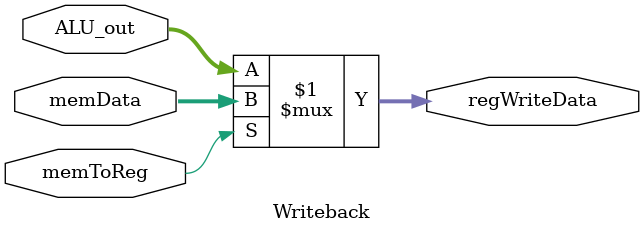
<source format=v>
module Writeback(memData, ALU_out, memToReg, regWriteData);
input [15:0] memData, ALU_out;
input memToReg;
output [15:0] regWriteData;

assign regWriteData = (memToReg)? memData : ALU_out;  //Muxing in wirte back to choose between value read from mem or the actual reg operation to write back to reg file
endmodule
</source>
